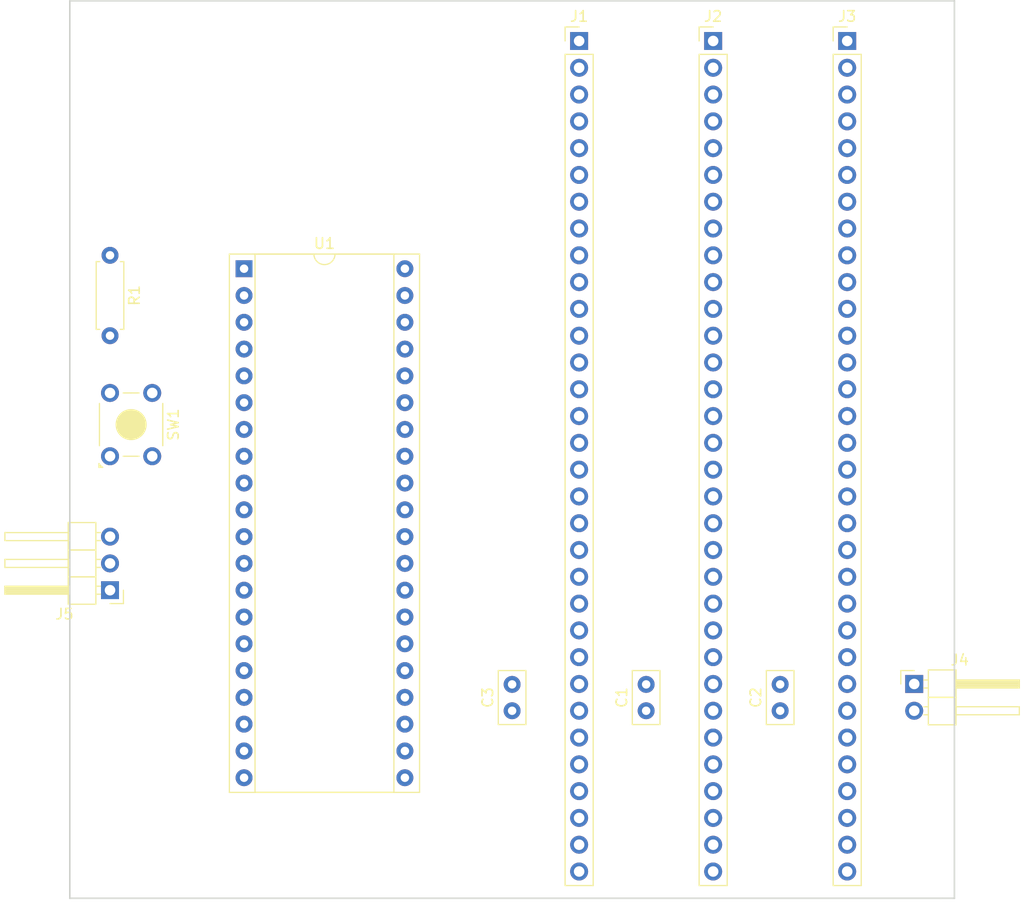
<source format=kicad_pcb>
(kicad_pcb (version 4) (host pcbnew 4.0.6-e0-6349~53~ubuntu16.04.1)

  (general
    (links 117)
    (no_connects 117)
    (area 124.384999 62.154999 208.355001 147.395001)
    (thickness 1.6)
    (drawings 6)
    (tracks 0)
    (zones 0)
    (modules 11)
    (nets 37)
  )

  (page USLetter)
  (title_block
    (title "wz80 Mainboard")
    (date 2017-03-19)
    (rev 0)
    (comment 1 "Preliminary. Unrouted")
  )

  (layers
    (0 F.Cu signal)
    (31 B.Cu signal)
    (32 B.Adhes user)
    (33 F.Adhes user)
    (34 B.Paste user)
    (35 F.Paste user)
    (36 B.SilkS user)
    (37 F.SilkS user)
    (38 B.Mask user)
    (39 F.Mask user)
    (40 Dwgs.User user)
    (41 Cmts.User user)
    (42 Eco1.User user)
    (43 Eco2.User user)
    (44 Edge.Cuts user)
    (45 Margin user)
    (46 B.CrtYd user)
    (47 F.CrtYd user)
    (48 B.Fab user)
    (49 F.Fab user)
  )

  (setup
    (last_trace_width 0.25)
    (trace_clearance 0.2)
    (zone_clearance 0.508)
    (zone_45_only no)
    (trace_min 0.2)
    (segment_width 0.2)
    (edge_width 0.15)
    (via_size 0.6)
    (via_drill 0.4)
    (via_min_size 0.4)
    (via_min_drill 0.3)
    (uvia_size 0.3)
    (uvia_drill 0.1)
    (uvias_allowed no)
    (uvia_min_size 0.2)
    (uvia_min_drill 0.1)
    (pcb_text_width 0.3)
    (pcb_text_size 1.5 1.5)
    (mod_edge_width 0.15)
    (mod_text_size 1 1)
    (mod_text_width 0.15)
    (pad_size 1.524 1.524)
    (pad_drill 0.762)
    (pad_to_mask_clearance 0.2)
    (aux_axis_origin 0 0)
    (visible_elements FFFFFF7F)
    (pcbplotparams
      (layerselection 0x01130_80000001)
      (usegerberextensions false)
      (excludeedgelayer true)
      (linewidth 0.100000)
      (plotframeref false)
      (viasonmask false)
      (mode 1)
      (useauxorigin false)
      (hpglpennumber 1)
      (hpglpenspeed 20)
      (hpglpendiameter 15)
      (hpglpenoverlay 2)
      (psnegative false)
      (psa4output false)
      (plotreference true)
      (plotvalue true)
      (plotinvisibletext false)
      (padsonsilk false)
      (subtractmaskfromsilk false)
      (outputformat 4)
      (mirror false)
      (drillshape 0)
      (scaleselection 1)
      (outputdirectory ""))
  )

  (net 0 "")
  (net 1 GND)
  (net 2 VCC)
  (net 3 /A0)
  (net 4 /A1)
  (net 5 /A2)
  (net 6 /A3)
  (net 7 /A4)
  (net 8 /A5)
  (net 9 /A6)
  (net 10 /A7)
  (net 11 /A8)
  (net 12 /A9)
  (net 13 /A10)
  (net 14 /A11)
  (net 15 /A12)
  (net 16 /A13)
  (net 17 /A14)
  (net 18 /A15)
  (net 19 /D0)
  (net 20 /D1)
  (net 21 /D2)
  (net 22 /D3)
  (net 23 /D4)
  (net 24 /D5)
  (net 25 /D6)
  (net 26 /D7)
  (net 27 /CLK)
  (net 28 /M1)
  (net 29 /RD)
  (net 30 /WR)
  (net 31 /MREQ)
  (net 32 /IORQ)
  (net 33 "Net-(R1-Pad2)")
  (net 34 "Net-(U1-Pad23)")
  (net 35 "Net-(U1-Pad28)")
  (net 36 "Net-(U1-Pad18)")

  (net_class Default "This is the default net class."
    (clearance 0.2)
    (trace_width 0.25)
    (via_dia 0.6)
    (via_drill 0.4)
    (uvia_dia 0.3)
    (uvia_drill 0.1)
    (add_net /A0)
    (add_net /A1)
    (add_net /A10)
    (add_net /A11)
    (add_net /A12)
    (add_net /A13)
    (add_net /A14)
    (add_net /A15)
    (add_net /A2)
    (add_net /A3)
    (add_net /A4)
    (add_net /A5)
    (add_net /A6)
    (add_net /A7)
    (add_net /A8)
    (add_net /A9)
    (add_net /CLK)
    (add_net /D0)
    (add_net /D1)
    (add_net /D2)
    (add_net /D3)
    (add_net /D4)
    (add_net /D5)
    (add_net /D6)
    (add_net /D7)
    (add_net /IORQ)
    (add_net /M1)
    (add_net /MREQ)
    (add_net /RD)
    (add_net /WR)
    (add_net GND)
    (add_net "Net-(R1-Pad2)")
    (add_net "Net-(U1-Pad18)")
    (add_net "Net-(U1-Pad23)")
    (add_net "Net-(U1-Pad28)")
    (add_net VCC)
  )

  (module Buttons_Switches_THT:SW_TH_Tactile_Omron_B3F-10xx (layer F.Cu) (tedit 563F14D4) (tstamp 58CF1AEA)
    (at 128.27 105.41 90)
    (descr SW_TH_Tactile_Omron_B3F-10xx)
    (tags "Omron B3F-10xx")
    (path /58CF84CA)
    (fp_text reference SW1 (at 3 6 90) (layer F.SilkS)
      (effects (font (size 1 1) (thickness 0.15)))
    )
    (fp_text value SW_Push_Dual (at 2.95 -2.05 90) (layer F.Fab)
      (effects (font (size 1 1) (thickness 0.15)))
    )
    (fp_line (start -0.95 -1) (end -0.95 -0.9) (layer F.SilkS) (width 0.12))
    (fp_line (start -1.05 -1.05) (end -0.7 -1.05) (layer F.SilkS) (width 0.12))
    (fp_arc (start 0 0) (end -1.05 -0.7) (angle 22.61986495) (layer F.SilkS) (width 0.12))
    (fp_line (start -1.05 -1.05) (end -1.05 -0.7) (layer F.SilkS) (width 0.12))
    (fp_line (start 7.15 -1.15) (end 0.45 -1.15) (layer F.CrtYd) (width 0.05))
    (fp_line (start 7.15 5.15) (end 7.15 -1.15) (layer F.CrtYd) (width 0.05))
    (fp_line (start -1.15 5.15) (end 7.15 5.15) (layer F.CrtYd) (width 0.05))
    (fp_line (start -1.15 0) (end -1.15 5.15) (layer F.CrtYd) (width 0.05))
    (fp_line (start -1.15 -1.15) (end 0.45 -1.15) (layer F.CrtYd) (width 0.05))
    (fp_line (start -1.15 0) (end -1.15 -1.15) (layer F.CrtYd) (width 0.05))
    (fp_circle (center 3 2) (end 4 3) (layer F.SilkS) (width 0.12))
    (fp_line (start 1 5) (end 5 5) (layer F.SilkS) (width 0.12))
    (fp_line (start 1 -1) (end 5 -1) (layer F.SilkS) (width 0.12))
    (fp_line (start 0 2.75) (end 0 1.25) (layer F.SilkS) (width 0.12))
    (fp_line (start 6 1.25) (end 6 2.75) (layer F.SilkS) (width 0.12))
    (fp_line (start 0 2) (end 0 2) (layer F.SilkS) (width 0))
    (fp_line (start 5 5) (end 1 5) (layer F.SilkS) (width 0))
    (fp_line (start 5 -1) (end 1 -1) (layer F.SilkS) (width 0))
    (fp_line (start 6 2) (end 6 2) (layer F.SilkS) (width 0))
    (fp_circle (center 3 2) (end 4 3) (layer F.SilkS) (width 0))
    (pad 4 thru_hole circle (at 6 4 90) (size 1.7 1.7) (drill 1) (layers *.Cu *.Mask)
      (net 33 "Net-(R1-Pad2)"))
    (pad 3 thru_hole circle (at 0 4 90) (size 1.7 1.7) (drill 1) (layers *.Cu *.Mask)
      (net 1 GND))
    (pad 2 thru_hole circle (at 6 0 90) (size 1.7 1.7) (drill 1) (layers *.Cu *.Mask)
      (net 33 "Net-(R1-Pad2)"))
    (pad 1 thru_hole circle (at 0 0 90) (size 1.7 1.7) (drill 1) (layers *.Cu *.Mask)
      (net 1 GND))
  )

  (module Housings_DIP:DIP-40_W15.24mm_Socket (layer F.Cu) (tedit 586281B5) (tstamp 58CF1B16)
    (at 140.97 87.63)
    (descr "40-lead dip package, row spacing 15.24 mm (600 mils), Socket")
    (tags "DIL DIP PDIP 2.54mm 15.24mm 600mil Socket")
    (path /58CEFA35)
    (fp_text reference U1 (at 7.62 -2.39) (layer F.SilkS)
      (effects (font (size 1 1) (thickness 0.15)))
    )
    (fp_text value Z80CPU (at 7.62 50.65) (layer F.Fab)
      (effects (font (size 1 1) (thickness 0.15)))
    )
    (fp_arc (start 7.62 -1.39) (end 6.62 -1.39) (angle -180) (layer F.SilkS) (width 0.12))
    (fp_line (start 1.255 -1.27) (end 14.985 -1.27) (layer F.Fab) (width 0.1))
    (fp_line (start 14.985 -1.27) (end 14.985 49.53) (layer F.Fab) (width 0.1))
    (fp_line (start 14.985 49.53) (end 0.255 49.53) (layer F.Fab) (width 0.1))
    (fp_line (start 0.255 49.53) (end 0.255 -0.27) (layer F.Fab) (width 0.1))
    (fp_line (start 0.255 -0.27) (end 1.255 -1.27) (layer F.Fab) (width 0.1))
    (fp_line (start -1.27 -1.27) (end -1.27 49.53) (layer F.Fab) (width 0.1))
    (fp_line (start -1.27 49.53) (end 16.51 49.53) (layer F.Fab) (width 0.1))
    (fp_line (start 16.51 49.53) (end 16.51 -1.27) (layer F.Fab) (width 0.1))
    (fp_line (start 16.51 -1.27) (end -1.27 -1.27) (layer F.Fab) (width 0.1))
    (fp_line (start 6.62 -1.39) (end 1.04 -1.39) (layer F.SilkS) (width 0.12))
    (fp_line (start 1.04 -1.39) (end 1.04 49.65) (layer F.SilkS) (width 0.12))
    (fp_line (start 1.04 49.65) (end 14.2 49.65) (layer F.SilkS) (width 0.12))
    (fp_line (start 14.2 49.65) (end 14.2 -1.39) (layer F.SilkS) (width 0.12))
    (fp_line (start 14.2 -1.39) (end 8.62 -1.39) (layer F.SilkS) (width 0.12))
    (fp_line (start -1.39 -1.39) (end -1.39 49.65) (layer F.SilkS) (width 0.12))
    (fp_line (start -1.39 49.65) (end 16.63 49.65) (layer F.SilkS) (width 0.12))
    (fp_line (start 16.63 49.65) (end 16.63 -1.39) (layer F.SilkS) (width 0.12))
    (fp_line (start 16.63 -1.39) (end -1.39 -1.39) (layer F.SilkS) (width 0.12))
    (fp_line (start -1.7 -1.7) (end -1.7 49.9) (layer F.CrtYd) (width 0.05))
    (fp_line (start -1.7 49.9) (end 16.9 49.9) (layer F.CrtYd) (width 0.05))
    (fp_line (start 16.9 49.9) (end 16.9 -1.7) (layer F.CrtYd) (width 0.05))
    (fp_line (start 16.9 -1.7) (end -1.7 -1.7) (layer F.CrtYd) (width 0.05))
    (pad 1 thru_hole rect (at 0 0) (size 1.6 1.6) (drill 0.8) (layers *.Cu *.Mask)
      (net 14 /A11))
    (pad 21 thru_hole oval (at 15.24 48.26) (size 1.6 1.6) (drill 0.8) (layers *.Cu *.Mask)
      (net 29 /RD))
    (pad 2 thru_hole oval (at 0 2.54) (size 1.6 1.6) (drill 0.8) (layers *.Cu *.Mask)
      (net 15 /A12))
    (pad 22 thru_hole oval (at 15.24 45.72) (size 1.6 1.6) (drill 0.8) (layers *.Cu *.Mask)
      (net 30 /WR))
    (pad 3 thru_hole oval (at 0 5.08) (size 1.6 1.6) (drill 0.8) (layers *.Cu *.Mask)
      (net 16 /A13))
    (pad 23 thru_hole oval (at 15.24 43.18) (size 1.6 1.6) (drill 0.8) (layers *.Cu *.Mask)
      (net 34 "Net-(U1-Pad23)"))
    (pad 4 thru_hole oval (at 0 7.62) (size 1.6 1.6) (drill 0.8) (layers *.Cu *.Mask)
      (net 17 /A14))
    (pad 24 thru_hole oval (at 15.24 40.64) (size 1.6 1.6) (drill 0.8) (layers *.Cu *.Mask)
      (net 2 VCC))
    (pad 5 thru_hole oval (at 0 10.16) (size 1.6 1.6) (drill 0.8) (layers *.Cu *.Mask)
      (net 18 /A15))
    (pad 25 thru_hole oval (at 15.24 38.1) (size 1.6 1.6) (drill 0.8) (layers *.Cu *.Mask)
      (net 2 VCC))
    (pad 6 thru_hole oval (at 0 12.7) (size 1.6 1.6) (drill 0.8) (layers *.Cu *.Mask)
      (net 27 /CLK))
    (pad 26 thru_hole oval (at 15.24 35.56) (size 1.6 1.6) (drill 0.8) (layers *.Cu *.Mask)
      (net 33 "Net-(R1-Pad2)"))
    (pad 7 thru_hole oval (at 0 15.24) (size 1.6 1.6) (drill 0.8) (layers *.Cu *.Mask)
      (net 23 /D4))
    (pad 27 thru_hole oval (at 15.24 33.02) (size 1.6 1.6) (drill 0.8) (layers *.Cu *.Mask)
      (net 28 /M1))
    (pad 8 thru_hole oval (at 0 17.78) (size 1.6 1.6) (drill 0.8) (layers *.Cu *.Mask)
      (net 22 /D3))
    (pad 28 thru_hole oval (at 15.24 30.48) (size 1.6 1.6) (drill 0.8) (layers *.Cu *.Mask)
      (net 35 "Net-(U1-Pad28)"))
    (pad 9 thru_hole oval (at 0 20.32) (size 1.6 1.6) (drill 0.8) (layers *.Cu *.Mask)
      (net 24 /D5))
    (pad 29 thru_hole oval (at 15.24 27.94) (size 1.6 1.6) (drill 0.8) (layers *.Cu *.Mask)
      (net 1 GND))
    (pad 10 thru_hole oval (at 0 22.86) (size 1.6 1.6) (drill 0.8) (layers *.Cu *.Mask)
      (net 25 /D6))
    (pad 30 thru_hole oval (at 15.24 25.4) (size 1.6 1.6) (drill 0.8) (layers *.Cu *.Mask)
      (net 3 /A0))
    (pad 11 thru_hole oval (at 0 25.4) (size 1.6 1.6) (drill 0.8) (layers *.Cu *.Mask)
      (net 2 VCC))
    (pad 31 thru_hole oval (at 15.24 22.86) (size 1.6 1.6) (drill 0.8) (layers *.Cu *.Mask)
      (net 4 /A1))
    (pad 12 thru_hole oval (at 0 27.94) (size 1.6 1.6) (drill 0.8) (layers *.Cu *.Mask)
      (net 21 /D2))
    (pad 32 thru_hole oval (at 15.24 20.32) (size 1.6 1.6) (drill 0.8) (layers *.Cu *.Mask)
      (net 5 /A2))
    (pad 13 thru_hole oval (at 0 30.48) (size 1.6 1.6) (drill 0.8) (layers *.Cu *.Mask)
      (net 26 /D7))
    (pad 33 thru_hole oval (at 15.24 17.78) (size 1.6 1.6) (drill 0.8) (layers *.Cu *.Mask)
      (net 6 /A3))
    (pad 14 thru_hole oval (at 0 33.02) (size 1.6 1.6) (drill 0.8) (layers *.Cu *.Mask)
      (net 19 /D0))
    (pad 34 thru_hole oval (at 15.24 15.24) (size 1.6 1.6) (drill 0.8) (layers *.Cu *.Mask)
      (net 7 /A4))
    (pad 15 thru_hole oval (at 0 35.56) (size 1.6 1.6) (drill 0.8) (layers *.Cu *.Mask)
      (net 20 /D1))
    (pad 35 thru_hole oval (at 15.24 12.7) (size 1.6 1.6) (drill 0.8) (layers *.Cu *.Mask)
      (net 8 /A5))
    (pad 16 thru_hole oval (at 0 38.1) (size 1.6 1.6) (drill 0.8) (layers *.Cu *.Mask)
      (net 2 VCC))
    (pad 36 thru_hole oval (at 15.24 10.16) (size 1.6 1.6) (drill 0.8) (layers *.Cu *.Mask)
      (net 9 /A6))
    (pad 17 thru_hole oval (at 0 40.64) (size 1.6 1.6) (drill 0.8) (layers *.Cu *.Mask)
      (net 2 VCC))
    (pad 37 thru_hole oval (at 15.24 7.62) (size 1.6 1.6) (drill 0.8) (layers *.Cu *.Mask)
      (net 10 /A7))
    (pad 18 thru_hole oval (at 0 43.18) (size 1.6 1.6) (drill 0.8) (layers *.Cu *.Mask)
      (net 36 "Net-(U1-Pad18)"))
    (pad 38 thru_hole oval (at 15.24 5.08) (size 1.6 1.6) (drill 0.8) (layers *.Cu *.Mask)
      (net 11 /A8))
    (pad 19 thru_hole oval (at 0 45.72) (size 1.6 1.6) (drill 0.8) (layers *.Cu *.Mask)
      (net 31 /MREQ))
    (pad 39 thru_hole oval (at 15.24 2.54) (size 1.6 1.6) (drill 0.8) (layers *.Cu *.Mask)
      (net 12 /A9))
    (pad 20 thru_hole oval (at 0 48.26) (size 1.6 1.6) (drill 0.8) (layers *.Cu *.Mask)
      (net 32 /IORQ))
    (pad 40 thru_hole oval (at 15.24 0) (size 1.6 1.6) (drill 0.8) (layers *.Cu *.Mask)
      (net 13 /A10))
    (model Housings_DIP.3dshapes/DIP-40_W15.24mm_Socket.wrl
      (at (xyz 0 0 0))
      (scale (xyz 1 1 1))
      (rotate (xyz 0 0 0))
    )
  )

  (module Capacitors_THT:C_Disc_D5.0mm_W2.5mm_P2.50mm (layer F.Cu) (tedit 58765D06) (tstamp 58CF1A64)
    (at 179.07 129.54 90)
    (descr "C, Disc series, Radial, pin pitch=2.50mm, , diameter*width=5*2.5mm^2, Capacitor, http://cdn-reichelt.de/documents/datenblatt/B300/DS_KERKO_TC.pdf")
    (tags "C Disc series Radial pin pitch 2.50mm  diameter 5mm width 2.5mm Capacitor")
    (path /58CF6366)
    (fp_text reference C1 (at 1.25 -2.31 90) (layer F.SilkS)
      (effects (font (size 1 1) (thickness 0.15)))
    )
    (fp_text value 100nF (at 1.25 2.31 90) (layer F.Fab)
      (effects (font (size 1 1) (thickness 0.15)))
    )
    (fp_line (start -1.25 -1.25) (end -1.25 1.25) (layer F.Fab) (width 0.1))
    (fp_line (start -1.25 1.25) (end 3.75 1.25) (layer F.Fab) (width 0.1))
    (fp_line (start 3.75 1.25) (end 3.75 -1.25) (layer F.Fab) (width 0.1))
    (fp_line (start 3.75 -1.25) (end -1.25 -1.25) (layer F.Fab) (width 0.1))
    (fp_line (start -1.31 -1.31) (end 3.81 -1.31) (layer F.SilkS) (width 0.12))
    (fp_line (start -1.31 1.31) (end 3.81 1.31) (layer F.SilkS) (width 0.12))
    (fp_line (start -1.31 -1.31) (end -1.31 1.31) (layer F.SilkS) (width 0.12))
    (fp_line (start 3.81 -1.31) (end 3.81 1.31) (layer F.SilkS) (width 0.12))
    (fp_line (start -1.6 -1.6) (end -1.6 1.6) (layer F.CrtYd) (width 0.05))
    (fp_line (start -1.6 1.6) (end 4.1 1.6) (layer F.CrtYd) (width 0.05))
    (fp_line (start 4.1 1.6) (end 4.1 -1.6) (layer F.CrtYd) (width 0.05))
    (fp_line (start 4.1 -1.6) (end -1.6 -1.6) (layer F.CrtYd) (width 0.05))
    (pad 1 thru_hole circle (at 0 0 90) (size 1.6 1.6) (drill 0.8) (layers *.Cu *.Mask)
      (net 2 VCC))
    (pad 2 thru_hole circle (at 2.5 0 90) (size 1.6 1.6) (drill 0.8) (layers *.Cu *.Mask)
      (net 1 GND))
    (model Capacitors_THT.3dshapes/C_Disc_D5.0mm_W2.5mm_P2.50mm.wrl
      (at (xyz 0 0 0))
      (scale (xyz 0.393701 0.393701 0.393701))
      (rotate (xyz 0 0 0))
    )
  )

  (module Capacitors_THT:C_Disc_D5.0mm_W2.5mm_P2.50mm (layer F.Cu) (tedit 58765D06) (tstamp 58CF1A6A)
    (at 191.77 129.54 90)
    (descr "C, Disc series, Radial, pin pitch=2.50mm, , diameter*width=5*2.5mm^2, Capacitor, http://cdn-reichelt.de/documents/datenblatt/B300/DS_KERKO_TC.pdf")
    (tags "C Disc series Radial pin pitch 2.50mm  diameter 5mm width 2.5mm Capacitor")
    (path /58CF7047)
    (fp_text reference C2 (at 1.25 -2.31 90) (layer F.SilkS)
      (effects (font (size 1 1) (thickness 0.15)))
    )
    (fp_text value 100nF (at 1.25 2.31 90) (layer F.Fab)
      (effects (font (size 1 1) (thickness 0.15)))
    )
    (fp_line (start -1.25 -1.25) (end -1.25 1.25) (layer F.Fab) (width 0.1))
    (fp_line (start -1.25 1.25) (end 3.75 1.25) (layer F.Fab) (width 0.1))
    (fp_line (start 3.75 1.25) (end 3.75 -1.25) (layer F.Fab) (width 0.1))
    (fp_line (start 3.75 -1.25) (end -1.25 -1.25) (layer F.Fab) (width 0.1))
    (fp_line (start -1.31 -1.31) (end 3.81 -1.31) (layer F.SilkS) (width 0.12))
    (fp_line (start -1.31 1.31) (end 3.81 1.31) (layer F.SilkS) (width 0.12))
    (fp_line (start -1.31 -1.31) (end -1.31 1.31) (layer F.SilkS) (width 0.12))
    (fp_line (start 3.81 -1.31) (end 3.81 1.31) (layer F.SilkS) (width 0.12))
    (fp_line (start -1.6 -1.6) (end -1.6 1.6) (layer F.CrtYd) (width 0.05))
    (fp_line (start -1.6 1.6) (end 4.1 1.6) (layer F.CrtYd) (width 0.05))
    (fp_line (start 4.1 1.6) (end 4.1 -1.6) (layer F.CrtYd) (width 0.05))
    (fp_line (start 4.1 -1.6) (end -1.6 -1.6) (layer F.CrtYd) (width 0.05))
    (pad 1 thru_hole circle (at 0 0 90) (size 1.6 1.6) (drill 0.8) (layers *.Cu *.Mask)
      (net 2 VCC))
    (pad 2 thru_hole circle (at 2.5 0 90) (size 1.6 1.6) (drill 0.8) (layers *.Cu *.Mask)
      (net 1 GND))
    (model Capacitors_THT.3dshapes/C_Disc_D5.0mm_W2.5mm_P2.50mm.wrl
      (at (xyz 0 0 0))
      (scale (xyz 0.393701 0.393701 0.393701))
      (rotate (xyz 0 0 0))
    )
  )

  (module Capacitors_THT:C_Disc_D5.0mm_W2.5mm_P2.50mm (layer F.Cu) (tedit 58765D06) (tstamp 58CF1A70)
    (at 166.37 129.54 90)
    (descr "C, Disc series, Radial, pin pitch=2.50mm, , diameter*width=5*2.5mm^2, Capacitor, http://cdn-reichelt.de/documents/datenblatt/B300/DS_KERKO_TC.pdf")
    (tags "C Disc series Radial pin pitch 2.50mm  diameter 5mm width 2.5mm Capacitor")
    (path /58CF70AB)
    (fp_text reference C3 (at 1.25 -2.31 90) (layer F.SilkS)
      (effects (font (size 1 1) (thickness 0.15)))
    )
    (fp_text value 100nF (at 1.25 2.31 90) (layer F.Fab)
      (effects (font (size 1 1) (thickness 0.15)))
    )
    (fp_line (start -1.25 -1.25) (end -1.25 1.25) (layer F.Fab) (width 0.1))
    (fp_line (start -1.25 1.25) (end 3.75 1.25) (layer F.Fab) (width 0.1))
    (fp_line (start 3.75 1.25) (end 3.75 -1.25) (layer F.Fab) (width 0.1))
    (fp_line (start 3.75 -1.25) (end -1.25 -1.25) (layer F.Fab) (width 0.1))
    (fp_line (start -1.31 -1.31) (end 3.81 -1.31) (layer F.SilkS) (width 0.12))
    (fp_line (start -1.31 1.31) (end 3.81 1.31) (layer F.SilkS) (width 0.12))
    (fp_line (start -1.31 -1.31) (end -1.31 1.31) (layer F.SilkS) (width 0.12))
    (fp_line (start 3.81 -1.31) (end 3.81 1.31) (layer F.SilkS) (width 0.12))
    (fp_line (start -1.6 -1.6) (end -1.6 1.6) (layer F.CrtYd) (width 0.05))
    (fp_line (start -1.6 1.6) (end 4.1 1.6) (layer F.CrtYd) (width 0.05))
    (fp_line (start 4.1 1.6) (end 4.1 -1.6) (layer F.CrtYd) (width 0.05))
    (fp_line (start 4.1 -1.6) (end -1.6 -1.6) (layer F.CrtYd) (width 0.05))
    (pad 1 thru_hole circle (at 0 0 90) (size 1.6 1.6) (drill 0.8) (layers *.Cu *.Mask)
      (net 2 VCC))
    (pad 2 thru_hole circle (at 2.5 0 90) (size 1.6 1.6) (drill 0.8) (layers *.Cu *.Mask)
      (net 1 GND))
    (model Capacitors_THT.3dshapes/C_Disc_D5.0mm_W2.5mm_P2.50mm.wrl
      (at (xyz 0 0 0))
      (scale (xyz 0.393701 0.393701 0.393701))
      (rotate (xyz 0 0 0))
    )
  )

  (module Socket_Strips:Socket_Strip_Straight_1x32_Pitch2.54mm (layer F.Cu) (tedit 58CD5447) (tstamp 58CF1A94)
    (at 172.72 66.04)
    (descr "Through hole straight socket strip, 1x32, 2.54mm pitch, single row")
    (tags "Through hole socket strip THT 1x32 2.54mm single row")
    (path /58CEFB90)
    (fp_text reference J1 (at 0 -2.33) (layer F.SilkS)
      (effects (font (size 1 1) (thickness 0.15)))
    )
    (fp_text value CONN_01X32 (at 0 81.07) (layer F.Fab)
      (effects (font (size 1 1) (thickness 0.15)))
    )
    (fp_line (start -1.27 -1.27) (end -1.27 80.01) (layer F.Fab) (width 0.1))
    (fp_line (start -1.27 80.01) (end 1.27 80.01) (layer F.Fab) (width 0.1))
    (fp_line (start 1.27 80.01) (end 1.27 -1.27) (layer F.Fab) (width 0.1))
    (fp_line (start 1.27 -1.27) (end -1.27 -1.27) (layer F.Fab) (width 0.1))
    (fp_line (start -1.33 1.27) (end -1.33 80.07) (layer F.SilkS) (width 0.12))
    (fp_line (start -1.33 80.07) (end 1.33 80.07) (layer F.SilkS) (width 0.12))
    (fp_line (start 1.33 80.07) (end 1.33 1.27) (layer F.SilkS) (width 0.12))
    (fp_line (start 1.33 1.27) (end -1.33 1.27) (layer F.SilkS) (width 0.12))
    (fp_line (start -1.33 0) (end -1.33 -1.33) (layer F.SilkS) (width 0.12))
    (fp_line (start -1.33 -1.33) (end 0 -1.33) (layer F.SilkS) (width 0.12))
    (fp_line (start -1.8 -1.8) (end -1.8 80.55) (layer F.CrtYd) (width 0.05))
    (fp_line (start -1.8 80.55) (end 1.8 80.55) (layer F.CrtYd) (width 0.05))
    (fp_line (start 1.8 80.55) (end 1.8 -1.8) (layer F.CrtYd) (width 0.05))
    (fp_line (start 1.8 -1.8) (end -1.8 -1.8) (layer F.CrtYd) (width 0.05))
    (fp_text user %R (at 0 -2.33) (layer F.Fab)
      (effects (font (size 1 1) (thickness 0.15)))
    )
    (pad 1 thru_hole rect (at 0 0) (size 1.7 1.7) (drill 1) (layers *.Cu *.Mask)
      (net 18 /A15))
    (pad 2 thru_hole oval (at 0 2.54) (size 1.7 1.7) (drill 1) (layers *.Cu *.Mask)
      (net 17 /A14))
    (pad 3 thru_hole oval (at 0 5.08) (size 1.7 1.7) (drill 1) (layers *.Cu *.Mask)
      (net 16 /A13))
    (pad 4 thru_hole oval (at 0 7.62) (size 1.7 1.7) (drill 1) (layers *.Cu *.Mask)
      (net 15 /A12))
    (pad 5 thru_hole oval (at 0 10.16) (size 1.7 1.7) (drill 1) (layers *.Cu *.Mask)
      (net 14 /A11))
    (pad 6 thru_hole oval (at 0 12.7) (size 1.7 1.7) (drill 1) (layers *.Cu *.Mask)
      (net 13 /A10))
    (pad 7 thru_hole oval (at 0 15.24) (size 1.7 1.7) (drill 1) (layers *.Cu *.Mask)
      (net 12 /A9))
    (pad 8 thru_hole oval (at 0 17.78) (size 1.7 1.7) (drill 1) (layers *.Cu *.Mask)
      (net 11 /A8))
    (pad 9 thru_hole oval (at 0 20.32) (size 1.7 1.7) (drill 1) (layers *.Cu *.Mask)
      (net 10 /A7))
    (pad 10 thru_hole oval (at 0 22.86) (size 1.7 1.7) (drill 1) (layers *.Cu *.Mask)
      (net 9 /A6))
    (pad 11 thru_hole oval (at 0 25.4) (size 1.7 1.7) (drill 1) (layers *.Cu *.Mask)
      (net 8 /A5))
    (pad 12 thru_hole oval (at 0 27.94) (size 1.7 1.7) (drill 1) (layers *.Cu *.Mask)
      (net 7 /A4))
    (pad 13 thru_hole oval (at 0 30.48) (size 1.7 1.7) (drill 1) (layers *.Cu *.Mask)
      (net 6 /A3))
    (pad 14 thru_hole oval (at 0 33.02) (size 1.7 1.7) (drill 1) (layers *.Cu *.Mask)
      (net 5 /A2))
    (pad 15 thru_hole oval (at 0 35.56) (size 1.7 1.7) (drill 1) (layers *.Cu *.Mask)
      (net 4 /A1))
    (pad 16 thru_hole oval (at 0 38.1) (size 1.7 1.7) (drill 1) (layers *.Cu *.Mask)
      (net 3 /A0))
    (pad 17 thru_hole oval (at 0 40.64) (size 1.7 1.7) (drill 1) (layers *.Cu *.Mask)
      (net 26 /D7))
    (pad 18 thru_hole oval (at 0 43.18) (size 1.7 1.7) (drill 1) (layers *.Cu *.Mask)
      (net 25 /D6))
    (pad 19 thru_hole oval (at 0 45.72) (size 1.7 1.7) (drill 1) (layers *.Cu *.Mask)
      (net 24 /D5))
    (pad 20 thru_hole oval (at 0 48.26) (size 1.7 1.7) (drill 1) (layers *.Cu *.Mask)
      (net 23 /D4))
    (pad 21 thru_hole oval (at 0 50.8) (size 1.7 1.7) (drill 1) (layers *.Cu *.Mask)
      (net 22 /D3))
    (pad 22 thru_hole oval (at 0 53.34) (size 1.7 1.7) (drill 1) (layers *.Cu *.Mask)
      (net 21 /D2))
    (pad 23 thru_hole oval (at 0 55.88) (size 1.7 1.7) (drill 1) (layers *.Cu *.Mask)
      (net 20 /D1))
    (pad 24 thru_hole oval (at 0 58.42) (size 1.7 1.7) (drill 1) (layers *.Cu *.Mask)
      (net 19 /D0))
    (pad 25 thru_hole oval (at 0 60.96) (size 1.7 1.7) (drill 1) (layers *.Cu *.Mask)
      (net 1 GND))
    (pad 26 thru_hole oval (at 0 63.5) (size 1.7 1.7) (drill 1) (layers *.Cu *.Mask)
      (net 2 VCC))
    (pad 27 thru_hole oval (at 0 66.04) (size 1.7 1.7) (drill 1) (layers *.Cu *.Mask)
      (net 27 /CLK))
    (pad 28 thru_hole oval (at 0 68.58) (size 1.7 1.7) (drill 1) (layers *.Cu *.Mask)
      (net 28 /M1))
    (pad 29 thru_hole oval (at 0 71.12) (size 1.7 1.7) (drill 1) (layers *.Cu *.Mask)
      (net 30 /WR))
    (pad 30 thru_hole oval (at 0 73.66) (size 1.7 1.7) (drill 1) (layers *.Cu *.Mask)
      (net 29 /RD))
    (pad 31 thru_hole oval (at 0 76.2) (size 1.7 1.7) (drill 1) (layers *.Cu *.Mask)
      (net 31 /MREQ))
    (pad 32 thru_hole oval (at 0 78.74) (size 1.7 1.7) (drill 1) (layers *.Cu *.Mask)
      (net 32 /IORQ))
    (model ${KISYS3DMOD}/Socket_Strips.3dshapes/Socket_Strip_Straight_1x32_Pitch2.54mm.wrl
      (at (xyz 0 -1.55 0))
      (scale (xyz 1 1 1))
      (rotate (xyz 0 0 270))
    )
  )

  (module Socket_Strips:Socket_Strip_Straight_1x32_Pitch2.54mm (layer F.Cu) (tedit 58CD5447) (tstamp 58CF1AB8)
    (at 185.42 66.04)
    (descr "Through hole straight socket strip, 1x32, 2.54mm pitch, single row")
    (tags "Through hole socket strip THT 1x32 2.54mm single row")
    (path /58CF374E)
    (fp_text reference J2 (at 0 -2.33) (layer F.SilkS)
      (effects (font (size 1 1) (thickness 0.15)))
    )
    (fp_text value CONN_01X32 (at 0 81.07) (layer F.Fab)
      (effects (font (size 1 1) (thickness 0.15)))
    )
    (fp_line (start -1.27 -1.27) (end -1.27 80.01) (layer F.Fab) (width 0.1))
    (fp_line (start -1.27 80.01) (end 1.27 80.01) (layer F.Fab) (width 0.1))
    (fp_line (start 1.27 80.01) (end 1.27 -1.27) (layer F.Fab) (width 0.1))
    (fp_line (start 1.27 -1.27) (end -1.27 -1.27) (layer F.Fab) (width 0.1))
    (fp_line (start -1.33 1.27) (end -1.33 80.07) (layer F.SilkS) (width 0.12))
    (fp_line (start -1.33 80.07) (end 1.33 80.07) (layer F.SilkS) (width 0.12))
    (fp_line (start 1.33 80.07) (end 1.33 1.27) (layer F.SilkS) (width 0.12))
    (fp_line (start 1.33 1.27) (end -1.33 1.27) (layer F.SilkS) (width 0.12))
    (fp_line (start -1.33 0) (end -1.33 -1.33) (layer F.SilkS) (width 0.12))
    (fp_line (start -1.33 -1.33) (end 0 -1.33) (layer F.SilkS) (width 0.12))
    (fp_line (start -1.8 -1.8) (end -1.8 80.55) (layer F.CrtYd) (width 0.05))
    (fp_line (start -1.8 80.55) (end 1.8 80.55) (layer F.CrtYd) (width 0.05))
    (fp_line (start 1.8 80.55) (end 1.8 -1.8) (layer F.CrtYd) (width 0.05))
    (fp_line (start 1.8 -1.8) (end -1.8 -1.8) (layer F.CrtYd) (width 0.05))
    (fp_text user %R (at 0 -2.33) (layer F.Fab)
      (effects (font (size 1 1) (thickness 0.15)))
    )
    (pad 1 thru_hole rect (at 0 0) (size 1.7 1.7) (drill 1) (layers *.Cu *.Mask)
      (net 18 /A15))
    (pad 2 thru_hole oval (at 0 2.54) (size 1.7 1.7) (drill 1) (layers *.Cu *.Mask)
      (net 17 /A14))
    (pad 3 thru_hole oval (at 0 5.08) (size 1.7 1.7) (drill 1) (layers *.Cu *.Mask)
      (net 16 /A13))
    (pad 4 thru_hole oval (at 0 7.62) (size 1.7 1.7) (drill 1) (layers *.Cu *.Mask)
      (net 15 /A12))
    (pad 5 thru_hole oval (at 0 10.16) (size 1.7 1.7) (drill 1) (layers *.Cu *.Mask)
      (net 14 /A11))
    (pad 6 thru_hole oval (at 0 12.7) (size 1.7 1.7) (drill 1) (layers *.Cu *.Mask)
      (net 13 /A10))
    (pad 7 thru_hole oval (at 0 15.24) (size 1.7 1.7) (drill 1) (layers *.Cu *.Mask)
      (net 12 /A9))
    (pad 8 thru_hole oval (at 0 17.78) (size 1.7 1.7) (drill 1) (layers *.Cu *.Mask)
      (net 11 /A8))
    (pad 9 thru_hole oval (at 0 20.32) (size 1.7 1.7) (drill 1) (layers *.Cu *.Mask)
      (net 10 /A7))
    (pad 10 thru_hole oval (at 0 22.86) (size 1.7 1.7) (drill 1) (layers *.Cu *.Mask)
      (net 9 /A6))
    (pad 11 thru_hole oval (at 0 25.4) (size 1.7 1.7) (drill 1) (layers *.Cu *.Mask)
      (net 8 /A5))
    (pad 12 thru_hole oval (at 0 27.94) (size 1.7 1.7) (drill 1) (layers *.Cu *.Mask)
      (net 7 /A4))
    (pad 13 thru_hole oval (at 0 30.48) (size 1.7 1.7) (drill 1) (layers *.Cu *.Mask)
      (net 6 /A3))
    (pad 14 thru_hole oval (at 0 33.02) (size 1.7 1.7) (drill 1) (layers *.Cu *.Mask)
      (net 5 /A2))
    (pad 15 thru_hole oval (at 0 35.56) (size 1.7 1.7) (drill 1) (layers *.Cu *.Mask)
      (net 4 /A1))
    (pad 16 thru_hole oval (at 0 38.1) (size 1.7 1.7) (drill 1) (layers *.Cu *.Mask)
      (net 3 /A0))
    (pad 17 thru_hole oval (at 0 40.64) (size 1.7 1.7) (drill 1) (layers *.Cu *.Mask)
      (net 26 /D7))
    (pad 18 thru_hole oval (at 0 43.18) (size 1.7 1.7) (drill 1) (layers *.Cu *.Mask)
      (net 25 /D6))
    (pad 19 thru_hole oval (at 0 45.72) (size 1.7 1.7) (drill 1) (layers *.Cu *.Mask)
      (net 24 /D5))
    (pad 20 thru_hole oval (at 0 48.26) (size 1.7 1.7) (drill 1) (layers *.Cu *.Mask)
      (net 23 /D4))
    (pad 21 thru_hole oval (at 0 50.8) (size 1.7 1.7) (drill 1) (layers *.Cu *.Mask)
      (net 22 /D3))
    (pad 22 thru_hole oval (at 0 53.34) (size 1.7 1.7) (drill 1) (layers *.Cu *.Mask)
      (net 21 /D2))
    (pad 23 thru_hole oval (at 0 55.88) (size 1.7 1.7) (drill 1) (layers *.Cu *.Mask)
      (net 20 /D1))
    (pad 24 thru_hole oval (at 0 58.42) (size 1.7 1.7) (drill 1) (layers *.Cu *.Mask)
      (net 19 /D0))
    (pad 25 thru_hole oval (at 0 60.96) (size 1.7 1.7) (drill 1) (layers *.Cu *.Mask)
      (net 1 GND))
    (pad 26 thru_hole oval (at 0 63.5) (size 1.7 1.7) (drill 1) (layers *.Cu *.Mask)
      (net 2 VCC))
    (pad 27 thru_hole oval (at 0 66.04) (size 1.7 1.7) (drill 1) (layers *.Cu *.Mask)
      (net 27 /CLK))
    (pad 28 thru_hole oval (at 0 68.58) (size 1.7 1.7) (drill 1) (layers *.Cu *.Mask)
      (net 28 /M1))
    (pad 29 thru_hole oval (at 0 71.12) (size 1.7 1.7) (drill 1) (layers *.Cu *.Mask)
      (net 30 /WR))
    (pad 30 thru_hole oval (at 0 73.66) (size 1.7 1.7) (drill 1) (layers *.Cu *.Mask)
      (net 29 /RD))
    (pad 31 thru_hole oval (at 0 76.2) (size 1.7 1.7) (drill 1) (layers *.Cu *.Mask)
      (net 31 /MREQ))
    (pad 32 thru_hole oval (at 0 78.74) (size 1.7 1.7) (drill 1) (layers *.Cu *.Mask)
      (net 32 /IORQ))
    (model ${KISYS3DMOD}/Socket_Strips.3dshapes/Socket_Strip_Straight_1x32_Pitch2.54mm.wrl
      (at (xyz 0 -1.55 0))
      (scale (xyz 1 1 1))
      (rotate (xyz 0 0 270))
    )
  )

  (module Socket_Strips:Socket_Strip_Straight_1x32_Pitch2.54mm (layer F.Cu) (tedit 58CD5447) (tstamp 58CF1ADC)
    (at 198.12 66.04)
    (descr "Through hole straight socket strip, 1x32, 2.54mm pitch, single row")
    (tags "Through hole socket strip THT 1x32 2.54mm single row")
    (path /58CF378C)
    (fp_text reference J3 (at 0 -2.33) (layer F.SilkS)
      (effects (font (size 1 1) (thickness 0.15)))
    )
    (fp_text value CONN_01X32 (at 0 81.07) (layer F.Fab)
      (effects (font (size 1 1) (thickness 0.15)))
    )
    (fp_line (start -1.27 -1.27) (end -1.27 80.01) (layer F.Fab) (width 0.1))
    (fp_line (start -1.27 80.01) (end 1.27 80.01) (layer F.Fab) (width 0.1))
    (fp_line (start 1.27 80.01) (end 1.27 -1.27) (layer F.Fab) (width 0.1))
    (fp_line (start 1.27 -1.27) (end -1.27 -1.27) (layer F.Fab) (width 0.1))
    (fp_line (start -1.33 1.27) (end -1.33 80.07) (layer F.SilkS) (width 0.12))
    (fp_line (start -1.33 80.07) (end 1.33 80.07) (layer F.SilkS) (width 0.12))
    (fp_line (start 1.33 80.07) (end 1.33 1.27) (layer F.SilkS) (width 0.12))
    (fp_line (start 1.33 1.27) (end -1.33 1.27) (layer F.SilkS) (width 0.12))
    (fp_line (start -1.33 0) (end -1.33 -1.33) (layer F.SilkS) (width 0.12))
    (fp_line (start -1.33 -1.33) (end 0 -1.33) (layer F.SilkS) (width 0.12))
    (fp_line (start -1.8 -1.8) (end -1.8 80.55) (layer F.CrtYd) (width 0.05))
    (fp_line (start -1.8 80.55) (end 1.8 80.55) (layer F.CrtYd) (width 0.05))
    (fp_line (start 1.8 80.55) (end 1.8 -1.8) (layer F.CrtYd) (width 0.05))
    (fp_line (start 1.8 -1.8) (end -1.8 -1.8) (layer F.CrtYd) (width 0.05))
    (fp_text user %R (at 0 -2.33) (layer F.Fab)
      (effects (font (size 1 1) (thickness 0.15)))
    )
    (pad 1 thru_hole rect (at 0 0) (size 1.7 1.7) (drill 1) (layers *.Cu *.Mask)
      (net 18 /A15))
    (pad 2 thru_hole oval (at 0 2.54) (size 1.7 1.7) (drill 1) (layers *.Cu *.Mask)
      (net 17 /A14))
    (pad 3 thru_hole oval (at 0 5.08) (size 1.7 1.7) (drill 1) (layers *.Cu *.Mask)
      (net 16 /A13))
    (pad 4 thru_hole oval (at 0 7.62) (size 1.7 1.7) (drill 1) (layers *.Cu *.Mask)
      (net 15 /A12))
    (pad 5 thru_hole oval (at 0 10.16) (size 1.7 1.7) (drill 1) (layers *.Cu *.Mask)
      (net 14 /A11))
    (pad 6 thru_hole oval (at 0 12.7) (size 1.7 1.7) (drill 1) (layers *.Cu *.Mask)
      (net 13 /A10))
    (pad 7 thru_hole oval (at 0 15.24) (size 1.7 1.7) (drill 1) (layers *.Cu *.Mask)
      (net 12 /A9))
    (pad 8 thru_hole oval (at 0 17.78) (size 1.7 1.7) (drill 1) (layers *.Cu *.Mask)
      (net 11 /A8))
    (pad 9 thru_hole oval (at 0 20.32) (size 1.7 1.7) (drill 1) (layers *.Cu *.Mask)
      (net 10 /A7))
    (pad 10 thru_hole oval (at 0 22.86) (size 1.7 1.7) (drill 1) (layers *.Cu *.Mask)
      (net 9 /A6))
    (pad 11 thru_hole oval (at 0 25.4) (size 1.7 1.7) (drill 1) (layers *.Cu *.Mask)
      (net 8 /A5))
    (pad 12 thru_hole oval (at 0 27.94) (size 1.7 1.7) (drill 1) (layers *.Cu *.Mask)
      (net 7 /A4))
    (pad 13 thru_hole oval (at 0 30.48) (size 1.7 1.7) (drill 1) (layers *.Cu *.Mask)
      (net 6 /A3))
    (pad 14 thru_hole oval (at 0 33.02) (size 1.7 1.7) (drill 1) (layers *.Cu *.Mask)
      (net 5 /A2))
    (pad 15 thru_hole oval (at 0 35.56) (size 1.7 1.7) (drill 1) (layers *.Cu *.Mask)
      (net 4 /A1))
    (pad 16 thru_hole oval (at 0 38.1) (size 1.7 1.7) (drill 1) (layers *.Cu *.Mask)
      (net 3 /A0))
    (pad 17 thru_hole oval (at 0 40.64) (size 1.7 1.7) (drill 1) (layers *.Cu *.Mask)
      (net 26 /D7))
    (pad 18 thru_hole oval (at 0 43.18) (size 1.7 1.7) (drill 1) (layers *.Cu *.Mask)
      (net 25 /D6))
    (pad 19 thru_hole oval (at 0 45.72) (size 1.7 1.7) (drill 1) (layers *.Cu *.Mask)
      (net 24 /D5))
    (pad 20 thru_hole oval (at 0 48.26) (size 1.7 1.7) (drill 1) (layers *.Cu *.Mask)
      (net 23 /D4))
    (pad 21 thru_hole oval (at 0 50.8) (size 1.7 1.7) (drill 1) (layers *.Cu *.Mask)
      (net 22 /D3))
    (pad 22 thru_hole oval (at 0 53.34) (size 1.7 1.7) (drill 1) (layers *.Cu *.Mask)
      (net 21 /D2))
    (pad 23 thru_hole oval (at 0 55.88) (size 1.7 1.7) (drill 1) (layers *.Cu *.Mask)
      (net 20 /D1))
    (pad 24 thru_hole oval (at 0 58.42) (size 1.7 1.7) (drill 1) (layers *.Cu *.Mask)
      (net 19 /D0))
    (pad 25 thru_hole oval (at 0 60.96) (size 1.7 1.7) (drill 1) (layers *.Cu *.Mask)
      (net 1 GND))
    (pad 26 thru_hole oval (at 0 63.5) (size 1.7 1.7) (drill 1) (layers *.Cu *.Mask)
      (net 2 VCC))
    (pad 27 thru_hole oval (at 0 66.04) (size 1.7 1.7) (drill 1) (layers *.Cu *.Mask)
      (net 27 /CLK))
    (pad 28 thru_hole oval (at 0 68.58) (size 1.7 1.7) (drill 1) (layers *.Cu *.Mask)
      (net 28 /M1))
    (pad 29 thru_hole oval (at 0 71.12) (size 1.7 1.7) (drill 1) (layers *.Cu *.Mask)
      (net 30 /WR))
    (pad 30 thru_hole oval (at 0 73.66) (size 1.7 1.7) (drill 1) (layers *.Cu *.Mask)
      (net 29 /RD))
    (pad 31 thru_hole oval (at 0 76.2) (size 1.7 1.7) (drill 1) (layers *.Cu *.Mask)
      (net 31 /MREQ))
    (pad 32 thru_hole oval (at 0 78.74) (size 1.7 1.7) (drill 1) (layers *.Cu *.Mask)
      (net 32 /IORQ))
    (model ${KISYS3DMOD}/Socket_Strips.3dshapes/Socket_Strip_Straight_1x32_Pitch2.54mm.wrl
      (at (xyz 0 -1.55 0))
      (scale (xyz 1 1 1))
      (rotate (xyz 0 0 270))
    )
  )

  (module Resistors_THT:R_Axial_DIN0207_L6.3mm_D2.5mm_P7.62mm_Horizontal (layer F.Cu) (tedit 5874F706) (tstamp 58CF1AE2)
    (at 128.27 86.36 270)
    (descr "Resistor, Axial_DIN0207 series, Axial, Horizontal, pin pitch=7.62mm, 0.25W = 1/4W, length*diameter=6.3*2.5mm^2, http://cdn-reichelt.de/documents/datenblatt/B400/1_4W%23YAG.pdf")
    (tags "Resistor Axial_DIN0207 series Axial Horizontal pin pitch 7.62mm 0.25W = 1/4W length 6.3mm diameter 2.5mm")
    (path /58CF2576)
    (fp_text reference R1 (at 3.81 -2.31 270) (layer F.SilkS)
      (effects (font (size 1 1) (thickness 0.15)))
    )
    (fp_text value 2K2 (at 3.81 2.31 270) (layer F.Fab)
      (effects (font (size 1 1) (thickness 0.15)))
    )
    (fp_line (start 0.66 -1.25) (end 0.66 1.25) (layer F.Fab) (width 0.1))
    (fp_line (start 0.66 1.25) (end 6.96 1.25) (layer F.Fab) (width 0.1))
    (fp_line (start 6.96 1.25) (end 6.96 -1.25) (layer F.Fab) (width 0.1))
    (fp_line (start 6.96 -1.25) (end 0.66 -1.25) (layer F.Fab) (width 0.1))
    (fp_line (start 0 0) (end 0.66 0) (layer F.Fab) (width 0.1))
    (fp_line (start 7.62 0) (end 6.96 0) (layer F.Fab) (width 0.1))
    (fp_line (start 0.6 -0.98) (end 0.6 -1.31) (layer F.SilkS) (width 0.12))
    (fp_line (start 0.6 -1.31) (end 7.02 -1.31) (layer F.SilkS) (width 0.12))
    (fp_line (start 7.02 -1.31) (end 7.02 -0.98) (layer F.SilkS) (width 0.12))
    (fp_line (start 0.6 0.98) (end 0.6 1.31) (layer F.SilkS) (width 0.12))
    (fp_line (start 0.6 1.31) (end 7.02 1.31) (layer F.SilkS) (width 0.12))
    (fp_line (start 7.02 1.31) (end 7.02 0.98) (layer F.SilkS) (width 0.12))
    (fp_line (start -1.05 -1.6) (end -1.05 1.6) (layer F.CrtYd) (width 0.05))
    (fp_line (start -1.05 1.6) (end 8.7 1.6) (layer F.CrtYd) (width 0.05))
    (fp_line (start 8.7 1.6) (end 8.7 -1.6) (layer F.CrtYd) (width 0.05))
    (fp_line (start 8.7 -1.6) (end -1.05 -1.6) (layer F.CrtYd) (width 0.05))
    (pad 1 thru_hole circle (at 0 0 270) (size 1.6 1.6) (drill 0.8) (layers *.Cu *.Mask)
      (net 2 VCC))
    (pad 2 thru_hole oval (at 7.62 0 270) (size 1.6 1.6) (drill 0.8) (layers *.Cu *.Mask)
      (net 33 "Net-(R1-Pad2)"))
    (model Resistors_THT.3dshapes/R_Axial_DIN0207_L6.3mm_D2.5mm_P7.62mm_Horizontal.wrl
      (at (xyz 0 0 0))
      (scale (xyz 0.393701 0.393701 0.393701))
      (rotate (xyz 0 0 0))
    )
  )

  (module Pin_Headers:Pin_Header_Angled_1x02_Pitch2.54mm (layer F.Cu) (tedit 58CD4EC1) (tstamp 58CF2A1D)
    (at 204.47 127)
    (descr "Through hole angled pin header, 1x02, 2.54mm pitch, 6mm pin length, single row")
    (tags "Through hole angled pin header THT 1x02 2.54mm single row")
    (path /58CFC770)
    (fp_text reference J4 (at 4.315 -2.27) (layer F.SilkS)
      (effects (font (size 1 1) (thickness 0.15)))
    )
    (fp_text value CONN_01X02 (at 4.315 4.81) (layer F.Fab)
      (effects (font (size 1 1) (thickness 0.15)))
    )
    (fp_line (start 1.4 -1.27) (end 1.4 1.27) (layer F.Fab) (width 0.1))
    (fp_line (start 1.4 1.27) (end 3.9 1.27) (layer F.Fab) (width 0.1))
    (fp_line (start 3.9 1.27) (end 3.9 -1.27) (layer F.Fab) (width 0.1))
    (fp_line (start 3.9 -1.27) (end 1.4 -1.27) (layer F.Fab) (width 0.1))
    (fp_line (start 0 -0.32) (end 0 0.32) (layer F.Fab) (width 0.1))
    (fp_line (start 0 0.32) (end 9.9 0.32) (layer F.Fab) (width 0.1))
    (fp_line (start 9.9 0.32) (end 9.9 -0.32) (layer F.Fab) (width 0.1))
    (fp_line (start 9.9 -0.32) (end 0 -0.32) (layer F.Fab) (width 0.1))
    (fp_line (start 1.4 1.27) (end 1.4 3.81) (layer F.Fab) (width 0.1))
    (fp_line (start 1.4 3.81) (end 3.9 3.81) (layer F.Fab) (width 0.1))
    (fp_line (start 3.9 3.81) (end 3.9 1.27) (layer F.Fab) (width 0.1))
    (fp_line (start 3.9 1.27) (end 1.4 1.27) (layer F.Fab) (width 0.1))
    (fp_line (start 0 2.22) (end 0 2.86) (layer F.Fab) (width 0.1))
    (fp_line (start 0 2.86) (end 9.9 2.86) (layer F.Fab) (width 0.1))
    (fp_line (start 9.9 2.86) (end 9.9 2.22) (layer F.Fab) (width 0.1))
    (fp_line (start 9.9 2.22) (end 0 2.22) (layer F.Fab) (width 0.1))
    (fp_line (start 1.34 -1.33) (end 1.34 1.27) (layer F.SilkS) (width 0.12))
    (fp_line (start 1.34 1.27) (end 3.96 1.27) (layer F.SilkS) (width 0.12))
    (fp_line (start 3.96 1.27) (end 3.96 -1.33) (layer F.SilkS) (width 0.12))
    (fp_line (start 3.96 -1.33) (end 1.34 -1.33) (layer F.SilkS) (width 0.12))
    (fp_line (start 3.96 -0.38) (end 3.96 0.38) (layer F.SilkS) (width 0.12))
    (fp_line (start 3.96 0.38) (end 9.96 0.38) (layer F.SilkS) (width 0.12))
    (fp_line (start 9.96 0.38) (end 9.96 -0.38) (layer F.SilkS) (width 0.12))
    (fp_line (start 9.96 -0.38) (end 3.96 -0.38) (layer F.SilkS) (width 0.12))
    (fp_line (start 0.91 -0.38) (end 1.34 -0.38) (layer F.SilkS) (width 0.12))
    (fp_line (start 0.91 0.38) (end 1.34 0.38) (layer F.SilkS) (width 0.12))
    (fp_line (start 3.96 -0.26) (end 9.96 -0.26) (layer F.SilkS) (width 0.12))
    (fp_line (start 3.96 -0.14) (end 9.96 -0.14) (layer F.SilkS) (width 0.12))
    (fp_line (start 3.96 -0.02) (end 9.96 -0.02) (layer F.SilkS) (width 0.12))
    (fp_line (start 3.96 0.1) (end 9.96 0.1) (layer F.SilkS) (width 0.12))
    (fp_line (start 3.96 0.22) (end 9.96 0.22) (layer F.SilkS) (width 0.12))
    (fp_line (start 3.96 0.34) (end 9.96 0.34) (layer F.SilkS) (width 0.12))
    (fp_line (start 1.34 1.27) (end 1.34 3.87) (layer F.SilkS) (width 0.12))
    (fp_line (start 1.34 3.87) (end 3.96 3.87) (layer F.SilkS) (width 0.12))
    (fp_line (start 3.96 3.87) (end 3.96 1.27) (layer F.SilkS) (width 0.12))
    (fp_line (start 3.96 1.27) (end 1.34 1.27) (layer F.SilkS) (width 0.12))
    (fp_line (start 3.96 2.16) (end 3.96 2.92) (layer F.SilkS) (width 0.12))
    (fp_line (start 3.96 2.92) (end 9.96 2.92) (layer F.SilkS) (width 0.12))
    (fp_line (start 9.96 2.92) (end 9.96 2.16) (layer F.SilkS) (width 0.12))
    (fp_line (start 9.96 2.16) (end 3.96 2.16) (layer F.SilkS) (width 0.12))
    (fp_line (start 0.91 2.16) (end 1.34 2.16) (layer F.SilkS) (width 0.12))
    (fp_line (start 0.91 2.92) (end 1.34 2.92) (layer F.SilkS) (width 0.12))
    (fp_line (start -1.27 0) (end -1.27 -1.27) (layer F.SilkS) (width 0.12))
    (fp_line (start -1.27 -1.27) (end 0 -1.27) (layer F.SilkS) (width 0.12))
    (fp_line (start -1.8 -1.8) (end -1.8 4.35) (layer F.CrtYd) (width 0.05))
    (fp_line (start -1.8 4.35) (end 10.4 4.35) (layer F.CrtYd) (width 0.05))
    (fp_line (start 10.4 4.35) (end 10.4 -1.8) (layer F.CrtYd) (width 0.05))
    (fp_line (start 10.4 -1.8) (end -1.8 -1.8) (layer F.CrtYd) (width 0.05))
    (fp_text user %R (at 4.315 -2.27) (layer F.Fab)
      (effects (font (size 1 1) (thickness 0.15)))
    )
    (pad 1 thru_hole rect (at 0 0) (size 1.7 1.7) (drill 1) (layers *.Cu *.Mask)
      (net 1 GND))
    (pad 2 thru_hole oval (at 0 2.54) (size 1.7 1.7) (drill 1) (layers *.Cu *.Mask)
      (net 2 VCC))
    (model ${KISYS3DMOD}/Pin_Headers.3dshapes/Pin_Header_Angled_1x02_Pitch2.54mm.wrl
      (at (xyz 0 -0.05 0))
      (scale (xyz 1 1 1))
      (rotate (xyz 0 0 90))
    )
  )

  (module Pin_Headers:Pin_Header_Angled_1x03_Pitch2.54mm (layer F.Cu) (tedit 58CD4EC1) (tstamp 58CF4151)
    (at 128.27 118.11 180)
    (descr "Through hole angled pin header, 1x03, 2.54mm pitch, 6mm pin length, single row")
    (tags "Through hole angled pin header THT 1x03 2.54mm single row")
    (path /58CFF819)
    (fp_text reference J5 (at 4.315 -2.27 180) (layer F.SilkS)
      (effects (font (size 1 1) (thickness 0.15)))
    )
    (fp_text value CONN_01X03 (at 4.315 7.35 180) (layer F.Fab)
      (effects (font (size 1 1) (thickness 0.15)))
    )
    (fp_line (start 1.4 -1.27) (end 1.4 1.27) (layer F.Fab) (width 0.1))
    (fp_line (start 1.4 1.27) (end 3.9 1.27) (layer F.Fab) (width 0.1))
    (fp_line (start 3.9 1.27) (end 3.9 -1.27) (layer F.Fab) (width 0.1))
    (fp_line (start 3.9 -1.27) (end 1.4 -1.27) (layer F.Fab) (width 0.1))
    (fp_line (start 0 -0.32) (end 0 0.32) (layer F.Fab) (width 0.1))
    (fp_line (start 0 0.32) (end 9.9 0.32) (layer F.Fab) (width 0.1))
    (fp_line (start 9.9 0.32) (end 9.9 -0.32) (layer F.Fab) (width 0.1))
    (fp_line (start 9.9 -0.32) (end 0 -0.32) (layer F.Fab) (width 0.1))
    (fp_line (start 1.4 1.27) (end 1.4 3.81) (layer F.Fab) (width 0.1))
    (fp_line (start 1.4 3.81) (end 3.9 3.81) (layer F.Fab) (width 0.1))
    (fp_line (start 3.9 3.81) (end 3.9 1.27) (layer F.Fab) (width 0.1))
    (fp_line (start 3.9 1.27) (end 1.4 1.27) (layer F.Fab) (width 0.1))
    (fp_line (start 0 2.22) (end 0 2.86) (layer F.Fab) (width 0.1))
    (fp_line (start 0 2.86) (end 9.9 2.86) (layer F.Fab) (width 0.1))
    (fp_line (start 9.9 2.86) (end 9.9 2.22) (layer F.Fab) (width 0.1))
    (fp_line (start 9.9 2.22) (end 0 2.22) (layer F.Fab) (width 0.1))
    (fp_line (start 1.4 3.81) (end 1.4 6.35) (layer F.Fab) (width 0.1))
    (fp_line (start 1.4 6.35) (end 3.9 6.35) (layer F.Fab) (width 0.1))
    (fp_line (start 3.9 6.35) (end 3.9 3.81) (layer F.Fab) (width 0.1))
    (fp_line (start 3.9 3.81) (end 1.4 3.81) (layer F.Fab) (width 0.1))
    (fp_line (start 0 4.76) (end 0 5.4) (layer F.Fab) (width 0.1))
    (fp_line (start 0 5.4) (end 9.9 5.4) (layer F.Fab) (width 0.1))
    (fp_line (start 9.9 5.4) (end 9.9 4.76) (layer F.Fab) (width 0.1))
    (fp_line (start 9.9 4.76) (end 0 4.76) (layer F.Fab) (width 0.1))
    (fp_line (start 1.34 -1.33) (end 1.34 1.27) (layer F.SilkS) (width 0.12))
    (fp_line (start 1.34 1.27) (end 3.96 1.27) (layer F.SilkS) (width 0.12))
    (fp_line (start 3.96 1.27) (end 3.96 -1.33) (layer F.SilkS) (width 0.12))
    (fp_line (start 3.96 -1.33) (end 1.34 -1.33) (layer F.SilkS) (width 0.12))
    (fp_line (start 3.96 -0.38) (end 3.96 0.38) (layer F.SilkS) (width 0.12))
    (fp_line (start 3.96 0.38) (end 9.96 0.38) (layer F.SilkS) (width 0.12))
    (fp_line (start 9.96 0.38) (end 9.96 -0.38) (layer F.SilkS) (width 0.12))
    (fp_line (start 9.96 -0.38) (end 3.96 -0.38) (layer F.SilkS) (width 0.12))
    (fp_line (start 0.91 -0.38) (end 1.34 -0.38) (layer F.SilkS) (width 0.12))
    (fp_line (start 0.91 0.38) (end 1.34 0.38) (layer F.SilkS) (width 0.12))
    (fp_line (start 3.96 -0.26) (end 9.96 -0.26) (layer F.SilkS) (width 0.12))
    (fp_line (start 3.96 -0.14) (end 9.96 -0.14) (layer F.SilkS) (width 0.12))
    (fp_line (start 3.96 -0.02) (end 9.96 -0.02) (layer F.SilkS) (width 0.12))
    (fp_line (start 3.96 0.1) (end 9.96 0.1) (layer F.SilkS) (width 0.12))
    (fp_line (start 3.96 0.22) (end 9.96 0.22) (layer F.SilkS) (width 0.12))
    (fp_line (start 3.96 0.34) (end 9.96 0.34) (layer F.SilkS) (width 0.12))
    (fp_line (start 1.34 1.27) (end 1.34 3.81) (layer F.SilkS) (width 0.12))
    (fp_line (start 1.34 3.81) (end 3.96 3.81) (layer F.SilkS) (width 0.12))
    (fp_line (start 3.96 3.81) (end 3.96 1.27) (layer F.SilkS) (width 0.12))
    (fp_line (start 3.96 1.27) (end 1.34 1.27) (layer F.SilkS) (width 0.12))
    (fp_line (start 3.96 2.16) (end 3.96 2.92) (layer F.SilkS) (width 0.12))
    (fp_line (start 3.96 2.92) (end 9.96 2.92) (layer F.SilkS) (width 0.12))
    (fp_line (start 9.96 2.92) (end 9.96 2.16) (layer F.SilkS) (width 0.12))
    (fp_line (start 9.96 2.16) (end 3.96 2.16) (layer F.SilkS) (width 0.12))
    (fp_line (start 0.91 2.16) (end 1.34 2.16) (layer F.SilkS) (width 0.12))
    (fp_line (start 0.91 2.92) (end 1.34 2.92) (layer F.SilkS) (width 0.12))
    (fp_line (start 1.34 3.81) (end 1.34 6.41) (layer F.SilkS) (width 0.12))
    (fp_line (start 1.34 6.41) (end 3.96 6.41) (layer F.SilkS) (width 0.12))
    (fp_line (start 3.96 6.41) (end 3.96 3.81) (layer F.SilkS) (width 0.12))
    (fp_line (start 3.96 3.81) (end 1.34 3.81) (layer F.SilkS) (width 0.12))
    (fp_line (start 3.96 4.7) (end 3.96 5.46) (layer F.SilkS) (width 0.12))
    (fp_line (start 3.96 5.46) (end 9.96 5.46) (layer F.SilkS) (width 0.12))
    (fp_line (start 9.96 5.46) (end 9.96 4.7) (layer F.SilkS) (width 0.12))
    (fp_line (start 9.96 4.7) (end 3.96 4.7) (layer F.SilkS) (width 0.12))
    (fp_line (start 0.91 4.7) (end 1.34 4.7) (layer F.SilkS) (width 0.12))
    (fp_line (start 0.91 5.46) (end 1.34 5.46) (layer F.SilkS) (width 0.12))
    (fp_line (start -1.27 0) (end -1.27 -1.27) (layer F.SilkS) (width 0.12))
    (fp_line (start -1.27 -1.27) (end 0 -1.27) (layer F.SilkS) (width 0.12))
    (fp_line (start -1.8 -1.8) (end -1.8 6.85) (layer F.CrtYd) (width 0.05))
    (fp_line (start -1.8 6.85) (end 10.4 6.85) (layer F.CrtYd) (width 0.05))
    (fp_line (start 10.4 6.85) (end 10.4 -1.8) (layer F.CrtYd) (width 0.05))
    (fp_line (start 10.4 -1.8) (end -1.8 -1.8) (layer F.CrtYd) (width 0.05))
    (fp_text user %R (at 4.315 -2.27 180) (layer F.Fab)
      (effects (font (size 1 1) (thickness 0.15)))
    )
    (pad 1 thru_hole rect (at 0 0 180) (size 1.7 1.7) (drill 1) (layers *.Cu *.Mask)
      (net 1 GND))
    (pad 2 thru_hole oval (at 0 2.54 180) (size 1.7 1.7) (drill 1) (layers *.Cu *.Mask)
      (net 27 /CLK))
    (pad 3 thru_hole oval (at 0 5.08 180) (size 1.7 1.7) (drill 1) (layers *.Cu *.Mask)
      (net 2 VCC))
    (model ${KISYS3DMOD}/Pin_Headers.3dshapes/Pin_Header_Angled_1x03_Pitch2.54mm.wrl
      (at (xyz 0 -0.1 0))
      (scale (xyz 1 1 1))
      (rotate (xyz 0 0 90))
    )
  )

  (gr_line (start 208.28 147.32) (end 207.01 147.32) (angle 90) (layer Edge.Cuts) (width 0.15))
  (gr_line (start 208.28 62.23) (end 208.28 147.32) (angle 90) (layer Edge.Cuts) (width 0.15))
  (gr_line (start 124.46 62.23) (end 208.28 62.23) (angle 90) (layer Edge.Cuts) (width 0.15))
  (gr_line (start 124.46 147.32) (end 124.46 62.23) (angle 90) (layer Edge.Cuts) (width 0.15))
  (gr_line (start 207.01 147.32) (end 124.46 147.32) (angle 90) (layer Edge.Cuts) (width 0.15))
  (dimension 25.4 (width 0.3) (layer Dwgs.User)
    (gr_text "1.0000 in" (at 152.4 69.77) (layer Dwgs.User)
      (effects (font (size 1.5 1.5) (thickness 0.3)))
    )
    (feature1 (pts (xy 165.1 76.2) (xy 165.1 68.42)))
    (feature2 (pts (xy 139.7 76.2) (xy 139.7 68.42)))
    (crossbar (pts (xy 139.7 71.12) (xy 165.1 71.12)))
    (arrow1a (pts (xy 165.1 71.12) (xy 163.973496 71.706421)))
    (arrow1b (pts (xy 165.1 71.12) (xy 163.973496 70.533579)))
    (arrow2a (pts (xy 139.7 71.12) (xy 140.826504 71.706421)))
    (arrow2b (pts (xy 139.7 71.12) (xy 140.826504 70.533579)))
  )

)

</source>
